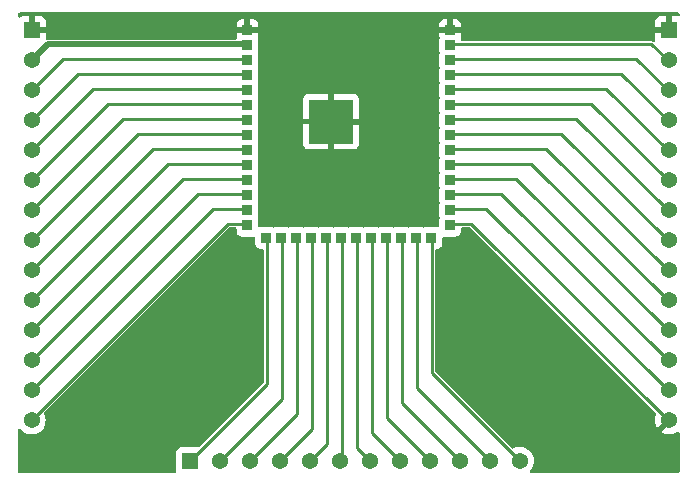
<source format=gtl>
%TF.GenerationSoftware,KiCad,Pcbnew,8.0.0*%
%TF.CreationDate,2024-03-04T00:39:04-06:00*%
%TF.ProjectId,MicrocontrollerTestBoard,4d696372-6f63-46f6-9e74-726f6c6c6572,rev?*%
%TF.SameCoordinates,Original*%
%TF.FileFunction,Copper,L1,Top*%
%TF.FilePolarity,Positive*%
%FSLAX46Y46*%
G04 Gerber Fmt 4.6, Leading zero omitted, Abs format (unit mm)*
G04 Created by KiCad (PCBNEW 8.0.0) date 2024-03-04 00:39:04*
%MOMM*%
%LPD*%
G01*
G04 APERTURE LIST*
%TA.AperFunction,SMDPad,CuDef*%
%ADD10R,0.838200X0.889000*%
%TD*%
%TA.AperFunction,SMDPad,CuDef*%
%ADD11R,0.889000X0.838200*%
%TD*%
%TA.AperFunction,SMDPad,CuDef*%
%ADD12R,3.708400X3.708400*%
%TD*%
%TA.AperFunction,ComponentPad*%
%ADD13R,1.370000X1.370000*%
%TD*%
%TA.AperFunction,ComponentPad*%
%ADD14C,1.370000*%
%TD*%
%TA.AperFunction,ViaPad*%
%ADD15C,0.610000*%
%TD*%
%TA.AperFunction,Conductor*%
%ADD16C,0.508000*%
%TD*%
%TA.AperFunction,Conductor*%
%ADD17C,0.254000*%
%TD*%
G04 APERTURE END LIST*
D10*
%TO.P,U2,1,GND*%
%TO.N,Net-(U2-EPAD)*%
X142858200Y-74803000D03*
%TO.P,U2,2,3V3*%
%TO.N,Net-(U2-3V3)*%
X142858200Y-76073000D03*
%TO.P,U2,3,EN*%
%TO.N,Net-(U2-EN)*%
X142858200Y-77343000D03*
%TO.P,U2,4,IO4*%
%TO.N,Net-(U2-IO4)*%
X142858200Y-78613000D03*
%TO.P,U2,5,IO5*%
%TO.N,Net-(U2-IO5)*%
X142858200Y-79883000D03*
%TO.P,U2,6,IO6*%
%TO.N,Net-(U2-IO6)*%
X142858200Y-81153000D03*
%TO.P,U2,7,IO7*%
%TO.N,Net-(U2-IO7)*%
X142858200Y-82423000D03*
%TO.P,U2,8,IO15*%
%TO.N,Net-(U2-IO15)*%
X142858200Y-83693000D03*
%TO.P,U2,9,IO16*%
%TO.N,Net-(U2-IO16)*%
X142858200Y-84963000D03*
%TO.P,U2,10,IO17*%
%TO.N,Net-(U2-IO17)*%
X142858200Y-86233000D03*
%TO.P,U2,11,IO18*%
%TO.N,Net-(U2-IO18)*%
X142858200Y-87503000D03*
%TO.P,U2,12,IO8*%
%TO.N,Net-(U2-IO8)*%
X142858200Y-88773000D03*
%TO.P,U2,13,IO19*%
%TO.N,Net-(U2-IO19)*%
X142858200Y-90043000D03*
%TO.P,U2,14,IO20*%
%TO.N,Net-(U2-IO20)*%
X142858200Y-91313000D03*
D11*
%TO.P,U2,15,IO3*%
%TO.N,Net-(U2-IO3)*%
X144454100Y-92387600D03*
%TO.P,U2,16,IO46*%
%TO.N,Net-(U2-IO46)*%
X145724100Y-92387600D03*
%TO.P,U2,17,IO9*%
%TO.N,Net-(U2-IO9)*%
X146994100Y-92387600D03*
%TO.P,U2,18,IO10*%
%TO.N,Net-(U2-IO10)*%
X148264100Y-92387600D03*
%TO.P,U2,19,IO11*%
%TO.N,Net-(U2-IO11)*%
X149534100Y-92387600D03*
%TO.P,U2,20,IO12*%
%TO.N,Net-(U2-IO12)*%
X150804100Y-92387600D03*
%TO.P,U2,21,IO13*%
%TO.N,Net-(U2-IO13)*%
X152074100Y-92387600D03*
%TO.P,U2,22,IO14*%
%TO.N,Net-(U2-IO14)*%
X153344100Y-92387600D03*
%TO.P,U2,23,IO21*%
%TO.N,Net-(U2-IO21)*%
X154614100Y-92387600D03*
%TO.P,U2,24,IO47*%
%TO.N,Net-(U2-IO47)*%
X155884100Y-92387600D03*
%TO.P,U2,25,IO48*%
%TO.N,Net-(U2-IO48)*%
X157154100Y-92387600D03*
%TO.P,U2,26,IO45*%
%TO.N,Net-(U2-IO45)*%
X158424100Y-92387600D03*
D10*
%TO.P,U2,27,IO0*%
%TO.N,Net-(U2-IO0)*%
X160020000Y-91313000D03*
%TO.P,U2,28,IO35_B*%
%TO.N,Net-(U2-IO35_B)*%
X160020000Y-90043000D03*
%TO.P,U2,29,IO36_B*%
%TO.N,Net-(U2-IO36_B)*%
X160020000Y-88773000D03*
%TO.P,U2,30,IO37_B*%
%TO.N,Net-(U2-IO37_B)*%
X160020000Y-87503000D03*
%TO.P,U2,31,IO38*%
%TO.N,Net-(U2-IO38)*%
X160020000Y-86233000D03*
%TO.P,U2,32,IO39*%
%TO.N,Net-(U2-IO39)*%
X160020000Y-84963000D03*
%TO.P,U2,33,IO40*%
%TO.N,Net-(U2-IO40)*%
X160020000Y-83693000D03*
%TO.P,U2,34,IO41*%
%TO.N,Net-(U2-IO41)*%
X160020000Y-82423000D03*
%TO.P,U2,35,IO42*%
%TO.N,Net-(U2-IO42)*%
X160020000Y-81153000D03*
%TO.P,U2,36,RXD0*%
%TO.N,Net-(U2-RXD0)*%
X160020000Y-79883000D03*
%TO.P,U2,37,TXD0*%
%TO.N,Net-(U2-TXD0)*%
X160020000Y-78613000D03*
%TO.P,U2,38,IO2*%
%TO.N,Net-(U2-IO2)*%
X160020000Y-77343000D03*
%TO.P,U2,39,IO1*%
%TO.N,Net-(U2-IO1)*%
X160020000Y-76073000D03*
%TO.P,U2,40,GND*%
%TO.N,Net-(U2-EPAD)*%
X160020000Y-74803000D03*
D12*
%TO.P,U2,41,EPAD*%
X149943401Y-82517500D03*
%TD*%
D13*
%TO.P,J3,1,1*%
%TO.N,Net-(U2-EPAD)*%
X178562000Y-74803000D03*
D14*
%TO.P,J3,2,2*%
%TO.N,Net-(U2-IO2)*%
X178562000Y-77343000D03*
%TO.P,J3,3,3*%
%TO.N,Net-(U2-TXD0)*%
X178562000Y-79883000D03*
%TO.P,J3,4,4*%
%TO.N,Net-(U2-RXD0)*%
X178562000Y-82423000D03*
%TO.P,J3,5,5*%
%TO.N,Net-(U2-IO42)*%
X178562000Y-84963000D03*
%TO.P,J3,6,6*%
%TO.N,Net-(U2-IO41)*%
X178562000Y-87503000D03*
%TO.P,J3,7,7*%
%TO.N,Net-(U2-IO40)*%
X178562000Y-90043000D03*
%TO.P,J3,8,8*%
%TO.N,Net-(U2-IO39)*%
X178562000Y-92583000D03*
%TO.P,J3,9,9*%
%TO.N,Net-(U2-IO38)*%
X178562000Y-95123000D03*
%TO.P,J3,10,10*%
%TO.N,Net-(U2-IO37_B)*%
X178562000Y-97663000D03*
%TO.P,J3,11,11*%
%TO.N,Net-(U2-IO36_B)*%
X178562000Y-100203000D03*
%TO.P,J3,12,12*%
%TO.N,Net-(U2-IO35_B)*%
X178562000Y-102743000D03*
%TO.P,J3,13,13*%
%TO.N,Net-(U2-IO0)*%
X178562000Y-105283000D03*
%TO.P,J3,14,14*%
%TO.N,Net-(U2-EPAD)*%
X178562000Y-107823000D03*
%TD*%
%TO.P,J2,12,12*%
%TO.N,Net-(U2-IO45)*%
X165929000Y-111247000D03*
%TO.P,J2,11,11*%
%TO.N,Net-(U2-IO48)*%
X163389000Y-111247000D03*
%TO.P,J2,10,10*%
%TO.N,Net-(U2-IO47)*%
X160849000Y-111247000D03*
%TO.P,J2,9,9*%
%TO.N,Net-(U2-IO21)*%
X158309000Y-111247000D03*
%TO.P,J2,8,8*%
%TO.N,Net-(U2-IO14)*%
X155769000Y-111247000D03*
%TO.P,J2,7,7*%
%TO.N,Net-(U2-IO13)*%
X153229000Y-111247000D03*
%TO.P,J2,6,6*%
%TO.N,Net-(U2-IO12)*%
X150689000Y-111247000D03*
%TO.P,J2,5,5*%
%TO.N,Net-(U2-IO11)*%
X148149000Y-111247000D03*
%TO.P,J2,4,4*%
%TO.N,Net-(U2-IO10)*%
X145609000Y-111247000D03*
%TO.P,J2,3,3*%
%TO.N,Net-(U2-IO9)*%
X143069000Y-111247000D03*
%TO.P,J2,2,2*%
%TO.N,Net-(U2-IO46)*%
X140529000Y-111247000D03*
D13*
%TO.P,J2,1,1*%
%TO.N,Net-(U2-IO3)*%
X137989000Y-111247000D03*
%TD*%
D14*
%TO.P,J1,14,14*%
%TO.N,Net-(U2-IO20)*%
X124587000Y-107823000D03*
%TO.P,J1,13,13*%
%TO.N,Net-(U2-IO19)*%
X124587000Y-105283000D03*
%TO.P,J1,12,12*%
%TO.N,Net-(U2-IO8)*%
X124587000Y-102743000D03*
%TO.P,J1,11,11*%
%TO.N,Net-(U2-IO18)*%
X124587000Y-100203000D03*
%TO.P,J1,10,10*%
%TO.N,Net-(U2-IO17)*%
X124587000Y-97663000D03*
%TO.P,J1,9,9*%
%TO.N,Net-(U2-IO16)*%
X124587000Y-95123000D03*
%TO.P,J1,8,8*%
%TO.N,Net-(U2-IO15)*%
X124587000Y-92583000D03*
%TO.P,J1,7,7*%
%TO.N,Net-(U2-IO7)*%
X124587000Y-90043000D03*
%TO.P,J1,6,6*%
%TO.N,Net-(U2-IO6)*%
X124587000Y-87503000D03*
%TO.P,J1,5,5*%
%TO.N,Net-(U2-IO5)*%
X124587000Y-84963000D03*
%TO.P,J1,4,4*%
%TO.N,Net-(U2-IO4)*%
X124587000Y-82423000D03*
%TO.P,J1,3,3*%
%TO.N,Net-(U2-EN)*%
X124587000Y-79883000D03*
%TO.P,J1,2,2*%
%TO.N,Net-(U2-3V3)*%
X124587000Y-77343000D03*
D13*
%TO.P,J1,1,1*%
%TO.N,Net-(U2-EPAD)*%
X124587000Y-74803000D03*
%TD*%
D15*
%TO.N,Net-(U2-EPAD)*%
X137541000Y-100838000D03*
X164338000Y-100838000D03*
X169799000Y-74803000D03*
X134493000Y-74803000D03*
%TD*%
D16*
%TO.N,Net-(U2-EPAD)*%
X155702000Y-77724000D02*
X158623000Y-74803000D01*
X158623000Y-74803000D02*
X160020000Y-74803000D01*
D17*
X155702000Y-77724000D02*
X155702000Y-77597000D01*
D16*
X155702000Y-79248000D02*
X155702000Y-77724000D01*
X152432500Y-82517500D02*
X155702000Y-79248000D01*
X149943401Y-82517500D02*
X152432500Y-82517500D01*
X169799000Y-74803000D02*
X160369000Y-74803000D01*
X134493000Y-74803000D02*
X142655000Y-74803000D01*
D17*
X160262000Y-74696000D02*
X159962000Y-74696000D01*
%TO.N,Net-(U2-IO0)*%
X161818000Y-91206000D02*
X178435000Y-107823000D01*
X160262000Y-91206000D02*
X161818000Y-91206000D01*
%TO.N,Net-(U2-IO35_B)*%
X163088000Y-89936000D02*
X160262000Y-89936000D01*
X178435000Y-105283000D02*
X163088000Y-89936000D01*
%TO.N,Net-(U2-IO36_B)*%
X164358000Y-88666000D02*
X160262000Y-88666000D01*
X178435000Y-102743000D02*
X164358000Y-88666000D01*
%TO.N,Net-(U2-IO37_B)*%
X178435000Y-100203000D02*
X165628000Y-87396000D01*
X165628000Y-87396000D02*
X160262000Y-87396000D01*
%TO.N,Net-(U2-IO38)*%
X166898000Y-86126000D02*
X160262000Y-86126000D01*
X178435000Y-97663000D02*
X166898000Y-86126000D01*
%TO.N,Net-(U2-IO39)*%
X168168000Y-84856000D02*
X160262000Y-84856000D01*
X178435000Y-95123000D02*
X168168000Y-84856000D01*
%TO.N,Net-(U2-IO40)*%
X169438000Y-83586000D02*
X160262000Y-83586000D01*
X178435000Y-92583000D02*
X169438000Y-83586000D01*
%TO.N,Net-(U2-IO41)*%
X170708000Y-82316000D02*
X160262000Y-82316000D01*
X178435000Y-90043000D02*
X170708000Y-82316000D01*
%TO.N,Net-(U2-IO42)*%
X178435000Y-87503000D02*
X171978000Y-81046000D01*
X171978000Y-81046000D02*
X160262000Y-81046000D01*
%TO.N,Net-(U2-RXD0)*%
X173248000Y-79776000D02*
X160262000Y-79776000D01*
X178435000Y-84963000D02*
X173248000Y-79776000D01*
%TO.N,Net-(U2-TXD0)*%
X174518000Y-78506000D02*
X160262000Y-78506000D01*
X178435000Y-82423000D02*
X174518000Y-78506000D01*
%TO.N,Net-(U2-IO2)*%
X175788000Y-77236000D02*
X160262000Y-77236000D01*
X178435000Y-79883000D02*
X175788000Y-77236000D01*
%TO.N,Net-(U2-IO1)*%
X177058000Y-75966000D02*
X178435000Y-77343000D01*
X160262000Y-75966000D02*
X177058000Y-75966000D01*
%TO.N,Net-(U2-EPAD)*%
X160369000Y-74803000D02*
X160262000Y-74696000D01*
D16*
X178435000Y-74803000D02*
X169799000Y-74803000D01*
D17*
%TO.N,Net-(U2-IO12)*%
X150877000Y-111059000D02*
X150689000Y-111247000D01*
X150877000Y-92456000D02*
X150877000Y-111059000D01*
%TO.N,Net-(U2-IO11)*%
X148149000Y-111247000D02*
X149607000Y-109789000D01*
X149607000Y-109789000D02*
X149607000Y-92456000D01*
%TO.N,Net-(U2-IO13)*%
X152147000Y-110165000D02*
X153229000Y-111247000D01*
X152147000Y-92456000D02*
X152147000Y-110165000D01*
%TO.N,Net-(U2-IO14)*%
X153417000Y-108895000D02*
X153417000Y-92456000D01*
X155769000Y-111247000D02*
X153417000Y-108895000D01*
%TO.N,Net-(U2-IO21)*%
X158309000Y-111247000D02*
X154687000Y-107625000D01*
X154687000Y-107625000D02*
X154687000Y-92456000D01*
%TO.N,Net-(U2-IO47)*%
X155957000Y-106355000D02*
X155957000Y-92456000D01*
X160849000Y-111247000D02*
X155957000Y-106355000D01*
%TO.N,Net-(U2-IO48)*%
X157227000Y-105085000D02*
X157227000Y-92456000D01*
X163389000Y-111247000D02*
X157227000Y-105085000D01*
%TO.N,Net-(U2-IO45)*%
X158497000Y-103815000D02*
X165929000Y-111247000D01*
X158497000Y-92456000D02*
X158497000Y-103815000D01*
%TO.N,Net-(U2-IO10)*%
X148337000Y-108519000D02*
X148337000Y-92456000D01*
X145609000Y-111247000D02*
X148337000Y-108519000D01*
%TO.N,Net-(U2-IO9)*%
X143069000Y-111247000D02*
X147067000Y-107249000D01*
X147067000Y-107249000D02*
X147067000Y-92456000D01*
%TO.N,Net-(U2-IO46)*%
X145797000Y-105979000D02*
X145797000Y-92456000D01*
X140529000Y-111247000D02*
X145797000Y-105979000D01*
%TO.N,Net-(U2-IO3)*%
X144527000Y-104709000D02*
X137989000Y-111247000D01*
X144527000Y-92456000D02*
X144527000Y-104709000D01*
%TO.N,Net-(U2-IO20)*%
X141204000Y-91206000D02*
X142762000Y-91206000D01*
X124587000Y-107823000D02*
X141204000Y-91206000D01*
%TO.N,Net-(U2-IO19)*%
X139934000Y-89936000D02*
X142762000Y-89936000D01*
X124587000Y-105283000D02*
X139934000Y-89936000D01*
%TO.N,Net-(U2-IO8)*%
X138664000Y-88666000D02*
X142762000Y-88666000D01*
X124587000Y-102743000D02*
X138664000Y-88666000D01*
%TO.N,Net-(U2-IO18)*%
X137394000Y-87396000D02*
X142762000Y-87396000D01*
X124587000Y-100203000D02*
X137394000Y-87396000D01*
%TO.N,Net-(U2-IO17)*%
X124587000Y-97663000D02*
X136124000Y-86126000D01*
X136124000Y-86126000D02*
X142762000Y-86126000D01*
%TO.N,Net-(U2-IO16)*%
X134854000Y-84856000D02*
X142762000Y-84856000D01*
X124587000Y-95123000D02*
X134854000Y-84856000D01*
%TO.N,Net-(U2-IO15)*%
X133584000Y-83586000D02*
X142762000Y-83586000D01*
X124587000Y-92583000D02*
X133584000Y-83586000D01*
%TO.N,Net-(U2-IO7)*%
X132314000Y-82316000D02*
X142762000Y-82316000D01*
X124587000Y-90043000D02*
X132314000Y-82316000D01*
%TO.N,Net-(U2-IO6)*%
X131044000Y-81046000D02*
X142762000Y-81046000D01*
X124587000Y-87503000D02*
X131044000Y-81046000D01*
%TO.N,Net-(U2-IO5)*%
X129774000Y-79776000D02*
X142762000Y-79776000D01*
X124587000Y-84963000D02*
X129774000Y-79776000D01*
%TO.N,Net-(U2-IO4)*%
X128504000Y-78506000D02*
X142762000Y-78506000D01*
X124587000Y-82423000D02*
X128504000Y-78506000D01*
%TO.N,Net-(U2-EN)*%
X124587000Y-79883000D02*
X127234000Y-77236000D01*
X127234000Y-77236000D02*
X142762000Y-77236000D01*
D16*
%TO.N,Net-(U2-3V3)*%
X125964000Y-75966000D02*
X142762000Y-75966000D01*
X124587000Y-77343000D02*
X125964000Y-75966000D01*
%TO.N,Net-(U2-EPAD)*%
X124587000Y-74803000D02*
X134493000Y-74803000D01*
D17*
X142655000Y-74803000D02*
X142762000Y-74696000D01*
%TD*%
%TA.AperFunction,Conductor*%
%TO.N,Net-(U2-EPAD)*%
G36*
X141881640Y-91480185D02*
G01*
X141927395Y-91532989D01*
X141938601Y-91584500D01*
X141938601Y-91805376D01*
X141945008Y-91864983D01*
X141995302Y-91999828D01*
X141995306Y-91999835D01*
X142081552Y-92115044D01*
X142081555Y-92115047D01*
X142196764Y-92201293D01*
X142196771Y-92201297D01*
X142331617Y-92251591D01*
X142331616Y-92251591D01*
X142338544Y-92252335D01*
X142391227Y-92258000D01*
X143325172Y-92257999D01*
X143371847Y-92252981D01*
X143440604Y-92265387D01*
X143491742Y-92312997D01*
X143509100Y-92376271D01*
X143509100Y-92854570D01*
X143509101Y-92854576D01*
X143515508Y-92914183D01*
X143565802Y-93049028D01*
X143565806Y-93049035D01*
X143652052Y-93164244D01*
X143652055Y-93164247D01*
X143767264Y-93250493D01*
X143767271Y-93250497D01*
X143812218Y-93267261D01*
X143902117Y-93300791D01*
X143961727Y-93307200D01*
X144148500Y-93307199D01*
X144215539Y-93326883D01*
X144261294Y-93379687D01*
X144272500Y-93431199D01*
X144272500Y-104552219D01*
X144252815Y-104619258D01*
X144236181Y-104639900D01*
X138847531Y-110028549D01*
X138786208Y-110062034D01*
X138746598Y-110064158D01*
X138737349Y-110063163D01*
X138721873Y-110061500D01*
X138721868Y-110061500D01*
X137256129Y-110061500D01*
X137256123Y-110061501D01*
X137196516Y-110067908D01*
X137061671Y-110118202D01*
X137061664Y-110118206D01*
X136946455Y-110204452D01*
X136946452Y-110204455D01*
X136860206Y-110319664D01*
X136860202Y-110319671D01*
X136809908Y-110454517D01*
X136803501Y-110514116D01*
X136803501Y-110514123D01*
X136803500Y-110514135D01*
X136803500Y-111979870D01*
X136803501Y-111979876D01*
X136809908Y-112039483D01*
X136832729Y-112100667D01*
X136837713Y-112170359D01*
X136804228Y-112231682D01*
X136742905Y-112265166D01*
X136716547Y-112268000D01*
X123568000Y-112268000D01*
X123500961Y-112248315D01*
X123455206Y-112195511D01*
X123444000Y-112144000D01*
X123444000Y-108646584D01*
X123463685Y-108579545D01*
X123516489Y-108533790D01*
X123585647Y-108523846D01*
X123649203Y-108552871D01*
X123666951Y-108571854D01*
X123684449Y-108595025D01*
X123707153Y-108625090D01*
X123831251Y-108738220D01*
X123869516Y-108773103D01*
X124056313Y-108888763D01*
X124261183Y-108968129D01*
X124477147Y-109008500D01*
X124477149Y-109008500D01*
X124696851Y-109008500D01*
X124696853Y-109008500D01*
X124912817Y-108968129D01*
X125117687Y-108888763D01*
X125304484Y-108773103D01*
X125466848Y-108625088D01*
X125599251Y-108449759D01*
X125697182Y-108253087D01*
X125757307Y-108041768D01*
X125777579Y-107823000D01*
X125757307Y-107604232D01*
X125697182Y-107392913D01*
X125697181Y-107392911D01*
X125697180Y-107392907D01*
X125697179Y-107392906D01*
X125630518Y-107259031D01*
X125618257Y-107190246D01*
X125645130Y-107125751D01*
X125653827Y-107116089D01*
X141273099Y-91496819D01*
X141334422Y-91463334D01*
X141360780Y-91460500D01*
X141814601Y-91460500D01*
X141881640Y-91480185D01*
G37*
%TD.AperFunction*%
%TA.AperFunction,Conductor*%
G36*
X161728259Y-91480185D02*
G01*
X161748901Y-91496819D01*
X177453318Y-107201236D01*
X177486803Y-107262559D01*
X177481819Y-107332251D01*
X177476638Y-107344187D01*
X177452286Y-107393092D01*
X177452283Y-107393099D01*
X177392186Y-107604321D01*
X177392185Y-107604324D01*
X177371923Y-107822999D01*
X177371923Y-107823000D01*
X177392185Y-108041675D01*
X177392186Y-108041677D01*
X177452284Y-108252900D01*
X177452290Y-108252915D01*
X177550172Y-108449489D01*
X177550177Y-108449497D01*
X177563846Y-108467597D01*
X178054082Y-107977362D01*
X178072652Y-107967221D01*
X178086755Y-108019853D01*
X178153898Y-108136147D01*
X178248853Y-108231102D01*
X178365147Y-108298245D01*
X178424424Y-108314127D01*
X177919567Y-108818984D01*
X177919568Y-108818985D01*
X178031533Y-108888311D01*
X178031539Y-108888314D01*
X178236321Y-108967646D01*
X178452197Y-109008000D01*
X178671803Y-109008000D01*
X178887677Y-108967646D01*
X178887678Y-108967646D01*
X179092460Y-108888314D01*
X179092466Y-108888311D01*
X179261723Y-108783512D01*
X179329083Y-108764957D01*
X179395783Y-108785765D01*
X179440644Y-108839330D01*
X179451000Y-108888939D01*
X179451000Y-112144000D01*
X179431315Y-112211039D01*
X179378511Y-112256794D01*
X179327000Y-112268000D01*
X166888794Y-112268000D01*
X166821755Y-112248315D01*
X166776000Y-112195511D01*
X166766056Y-112126353D01*
X166795081Y-112062797D01*
X166805251Y-112052366D01*
X166808848Y-112049088D01*
X166941251Y-111873759D01*
X167039182Y-111677087D01*
X167099307Y-111465768D01*
X167119579Y-111247000D01*
X167099307Y-111028232D01*
X167039182Y-110816913D01*
X166941251Y-110620241D01*
X166842444Y-110489400D01*
X166808846Y-110444909D01*
X166646485Y-110296898D01*
X166646484Y-110296897D01*
X166459687Y-110181237D01*
X166459685Y-110181236D01*
X166357252Y-110141554D01*
X166254817Y-110101871D01*
X166038853Y-110061500D01*
X165819147Y-110061500D01*
X165603183Y-110101871D01*
X165603180Y-110101871D01*
X165603180Y-110101872D01*
X165398314Y-110181236D01*
X165398312Y-110181237D01*
X165373639Y-110196514D01*
X165306278Y-110215067D01*
X165239579Y-110194258D01*
X165220683Y-110178766D01*
X158787819Y-103745901D01*
X158754334Y-103684578D01*
X158751500Y-103658220D01*
X158751500Y-93431199D01*
X158771185Y-93364160D01*
X158823989Y-93318405D01*
X158875500Y-93307199D01*
X158916471Y-93307199D01*
X158916472Y-93307199D01*
X158976083Y-93300791D01*
X159110931Y-93250496D01*
X159226146Y-93164246D01*
X159312396Y-93049031D01*
X159362691Y-92914183D01*
X159369100Y-92854573D01*
X159369099Y-92376270D01*
X159388783Y-92309232D01*
X159441587Y-92263477D01*
X159506355Y-92252982D01*
X159553027Y-92258000D01*
X160486972Y-92257999D01*
X160546583Y-92251591D01*
X160681431Y-92201296D01*
X160796646Y-92115046D01*
X160882896Y-91999831D01*
X160933191Y-91864983D01*
X160939600Y-91805373D01*
X160939600Y-91584500D01*
X160959285Y-91517461D01*
X161012089Y-91471706D01*
X161063600Y-91460500D01*
X161661220Y-91460500D01*
X161728259Y-91480185D01*
G37*
%TD.AperFunction*%
%TA.AperFunction,Conductor*%
G36*
X179394039Y-73302685D02*
G01*
X179439794Y-73355489D01*
X179451000Y-73407000D01*
X179451000Y-73496744D01*
X179431315Y-73563783D01*
X179378511Y-73609538D01*
X179313744Y-73620033D01*
X179294844Y-73618000D01*
X178812000Y-73618000D01*
X178812000Y-74358439D01*
X178758853Y-74327755D01*
X178629143Y-74293000D01*
X178494857Y-74293000D01*
X178365147Y-74327755D01*
X178312000Y-74358439D01*
X178312000Y-73618000D01*
X177829155Y-73618000D01*
X177769627Y-73624401D01*
X177769620Y-73624403D01*
X177634913Y-73674645D01*
X177634906Y-73674649D01*
X177519812Y-73760809D01*
X177519809Y-73760812D01*
X177433649Y-73875906D01*
X177433645Y-73875913D01*
X177383403Y-74010620D01*
X177383401Y-74010627D01*
X177377000Y-74070155D01*
X177377000Y-74553000D01*
X178117440Y-74553000D01*
X178086755Y-74606147D01*
X178052000Y-74735857D01*
X178052000Y-74870143D01*
X178086755Y-74999853D01*
X178117440Y-75053000D01*
X177377000Y-75053000D01*
X177377000Y-75535844D01*
X177383401Y-75595372D01*
X177383403Y-75595382D01*
X177386319Y-75603199D01*
X177391301Y-75672891D01*
X177357815Y-75734213D01*
X177296490Y-75767696D01*
X177226799Y-75762709D01*
X177203631Y-75750852D01*
X177108626Y-75711501D01*
X177108624Y-75711500D01*
X177108623Y-75711500D01*
X177108621Y-75711500D01*
X161063599Y-75711500D01*
X160996560Y-75691815D01*
X160950805Y-75639011D01*
X160939599Y-75587500D01*
X160939599Y-75580629D01*
X160939598Y-75580623D01*
X160939597Y-75580616D01*
X160933191Y-75521017D01*
X160918122Y-75480617D01*
X160913139Y-75410927D01*
X160918124Y-75393949D01*
X160932698Y-75354876D01*
X160939099Y-75295344D01*
X160939100Y-75295327D01*
X160939100Y-75053000D01*
X159100900Y-75053000D01*
X159100900Y-75295344D01*
X159107301Y-75354872D01*
X159107303Y-75354880D01*
X159121876Y-75393952D01*
X159126860Y-75463644D01*
X159121877Y-75480616D01*
X159106808Y-75521018D01*
X159100401Y-75580616D01*
X159100401Y-75580623D01*
X159100400Y-75580635D01*
X159100400Y-76565370D01*
X159100401Y-76565376D01*
X159106808Y-76624982D01*
X159121610Y-76664669D01*
X159126593Y-76734361D01*
X159121610Y-76751331D01*
X159106808Y-76791017D01*
X159102601Y-76830153D01*
X159100401Y-76850623D01*
X159100400Y-76850635D01*
X159100400Y-77835370D01*
X159100401Y-77835376D01*
X159106808Y-77894982D01*
X159121610Y-77934669D01*
X159126593Y-78004361D01*
X159121610Y-78021331D01*
X159106808Y-78061017D01*
X159100401Y-78120616D01*
X159100401Y-78120623D01*
X159100400Y-78120635D01*
X159100400Y-79105370D01*
X159100401Y-79105376D01*
X159106808Y-79164982D01*
X159121610Y-79204669D01*
X159126593Y-79274361D01*
X159121610Y-79291331D01*
X159106808Y-79331017D01*
X159100401Y-79390616D01*
X159100401Y-79390623D01*
X159100400Y-79390635D01*
X159100400Y-80375370D01*
X159100401Y-80375376D01*
X159106808Y-80434982D01*
X159121610Y-80474669D01*
X159126593Y-80544361D01*
X159121610Y-80561331D01*
X159106808Y-80601017D01*
X159100401Y-80660616D01*
X159100401Y-80660623D01*
X159100400Y-80660635D01*
X159100400Y-81645370D01*
X159100401Y-81645376D01*
X159106808Y-81704982D01*
X159121610Y-81744669D01*
X159126593Y-81814361D01*
X159121610Y-81831331D01*
X159106808Y-81871017D01*
X159100401Y-81930616D01*
X159100401Y-81930623D01*
X159100400Y-81930635D01*
X159100400Y-82915370D01*
X159100401Y-82915376D01*
X159106808Y-82974982D01*
X159121610Y-83014669D01*
X159126593Y-83084361D01*
X159121610Y-83101331D01*
X159106808Y-83141017D01*
X159100401Y-83200616D01*
X159100401Y-83200623D01*
X159100400Y-83200635D01*
X159100400Y-84185370D01*
X159100401Y-84185376D01*
X159106808Y-84244982D01*
X159121610Y-84284669D01*
X159126593Y-84354361D01*
X159121610Y-84371331D01*
X159106808Y-84411017D01*
X159100401Y-84470616D01*
X159100401Y-84470623D01*
X159100400Y-84470635D01*
X159100400Y-85455370D01*
X159100401Y-85455376D01*
X159106808Y-85514982D01*
X159121610Y-85554669D01*
X159126593Y-85624361D01*
X159121610Y-85641331D01*
X159106808Y-85681017D01*
X159100401Y-85740616D01*
X159100401Y-85740623D01*
X159100400Y-85740635D01*
X159100400Y-86725370D01*
X159100401Y-86725376D01*
X159106808Y-86784982D01*
X159121610Y-86824669D01*
X159126593Y-86894361D01*
X159121610Y-86911331D01*
X159106808Y-86951017D01*
X159100401Y-87010616D01*
X159100401Y-87010623D01*
X159100400Y-87010635D01*
X159100400Y-87995370D01*
X159100401Y-87995376D01*
X159106808Y-88054982D01*
X159121610Y-88094669D01*
X159126593Y-88164361D01*
X159121610Y-88181331D01*
X159106808Y-88221017D01*
X159100401Y-88280616D01*
X159100401Y-88280623D01*
X159100400Y-88280635D01*
X159100400Y-89265370D01*
X159100401Y-89265376D01*
X159106808Y-89324982D01*
X159121610Y-89364669D01*
X159126593Y-89434361D01*
X159121610Y-89451331D01*
X159106808Y-89491017D01*
X159100401Y-89550616D01*
X159100401Y-89550623D01*
X159100400Y-89550635D01*
X159100400Y-90535370D01*
X159100401Y-90535376D01*
X159106808Y-90594982D01*
X159121610Y-90634669D01*
X159126593Y-90704361D01*
X159121610Y-90721331D01*
X159106808Y-90761017D01*
X159100401Y-90820616D01*
X159100401Y-90820623D01*
X159100400Y-90820635D01*
X159100400Y-91349728D01*
X159080715Y-91416767D01*
X159027911Y-91462522D01*
X158963147Y-91473018D01*
X158950942Y-91471706D01*
X158916473Y-91468000D01*
X158916467Y-91468000D01*
X157931729Y-91468000D01*
X157931723Y-91468001D01*
X157872117Y-91474408D01*
X157832431Y-91489210D01*
X157762739Y-91494193D01*
X157745769Y-91489210D01*
X157706081Y-91474408D01*
X157706083Y-91474408D01*
X157646483Y-91468001D01*
X157646481Y-91468000D01*
X157646473Y-91468000D01*
X157646464Y-91468000D01*
X156661729Y-91468000D01*
X156661723Y-91468001D01*
X156602117Y-91474408D01*
X156562431Y-91489210D01*
X156492739Y-91494193D01*
X156475769Y-91489210D01*
X156436081Y-91474408D01*
X156436083Y-91474408D01*
X156376483Y-91468001D01*
X156376481Y-91468000D01*
X156376473Y-91468000D01*
X156376464Y-91468000D01*
X155391729Y-91468000D01*
X155391723Y-91468001D01*
X155332117Y-91474408D01*
X155292431Y-91489210D01*
X155222739Y-91494193D01*
X155205769Y-91489210D01*
X155166081Y-91474408D01*
X155166083Y-91474408D01*
X155106483Y-91468001D01*
X155106481Y-91468000D01*
X155106473Y-91468000D01*
X155106464Y-91468000D01*
X154121729Y-91468000D01*
X154121723Y-91468001D01*
X154062117Y-91474408D01*
X154022431Y-91489210D01*
X153952739Y-91494193D01*
X153935769Y-91489210D01*
X153896081Y-91474408D01*
X153896083Y-91474408D01*
X153836483Y-91468001D01*
X153836481Y-91468000D01*
X153836473Y-91468000D01*
X153836464Y-91468000D01*
X152851729Y-91468000D01*
X152851723Y-91468001D01*
X152792117Y-91474408D01*
X152752431Y-91489210D01*
X152682739Y-91494193D01*
X152665769Y-91489210D01*
X152626081Y-91474408D01*
X152626083Y-91474408D01*
X152566483Y-91468001D01*
X152566481Y-91468000D01*
X152566473Y-91468000D01*
X152566464Y-91468000D01*
X151581729Y-91468000D01*
X151581723Y-91468001D01*
X151522117Y-91474408D01*
X151482431Y-91489210D01*
X151412739Y-91494193D01*
X151395769Y-91489210D01*
X151356081Y-91474408D01*
X151356083Y-91474408D01*
X151296483Y-91468001D01*
X151296481Y-91468000D01*
X151296473Y-91468000D01*
X151296464Y-91468000D01*
X150311729Y-91468000D01*
X150311723Y-91468001D01*
X150252117Y-91474408D01*
X150212431Y-91489210D01*
X150142739Y-91494193D01*
X150125769Y-91489210D01*
X150086081Y-91474408D01*
X150086083Y-91474408D01*
X150026483Y-91468001D01*
X150026481Y-91468000D01*
X150026473Y-91468000D01*
X150026464Y-91468000D01*
X149041729Y-91468000D01*
X149041723Y-91468001D01*
X148982117Y-91474408D01*
X148942431Y-91489210D01*
X148872739Y-91494193D01*
X148855769Y-91489210D01*
X148816081Y-91474408D01*
X148816083Y-91474408D01*
X148756483Y-91468001D01*
X148756481Y-91468000D01*
X148756473Y-91468000D01*
X148756464Y-91468000D01*
X147771729Y-91468000D01*
X147771723Y-91468001D01*
X147712117Y-91474408D01*
X147672431Y-91489210D01*
X147602739Y-91494193D01*
X147585769Y-91489210D01*
X147546081Y-91474408D01*
X147546083Y-91474408D01*
X147486483Y-91468001D01*
X147486481Y-91468000D01*
X147486473Y-91468000D01*
X147486464Y-91468000D01*
X146501729Y-91468000D01*
X146501723Y-91468001D01*
X146442117Y-91474408D01*
X146402431Y-91489210D01*
X146332739Y-91494193D01*
X146315769Y-91489210D01*
X146276081Y-91474408D01*
X146276083Y-91474408D01*
X146216483Y-91468001D01*
X146216481Y-91468000D01*
X146216473Y-91468000D01*
X146216464Y-91468000D01*
X145231729Y-91468000D01*
X145231723Y-91468001D01*
X145172117Y-91474408D01*
X145132431Y-91489210D01*
X145062739Y-91494193D01*
X145045769Y-91489210D01*
X145006081Y-91474408D01*
X145006083Y-91474408D01*
X144946483Y-91468001D01*
X144946481Y-91468000D01*
X144946473Y-91468000D01*
X144946464Y-91468000D01*
X143961729Y-91468000D01*
X143961720Y-91468001D01*
X143915051Y-91473018D01*
X143846292Y-91460611D01*
X143795156Y-91412999D01*
X143777799Y-91349728D01*
X143777799Y-90820629D01*
X143777798Y-90820623D01*
X143777797Y-90820616D01*
X143771391Y-90761017D01*
X143768695Y-90753790D01*
X143756590Y-90721334D01*
X143751605Y-90651642D01*
X143756589Y-90634669D01*
X143771391Y-90594983D01*
X143777800Y-90535373D01*
X143777799Y-89550628D01*
X143771391Y-89491017D01*
X143766920Y-89479031D01*
X143756590Y-89451334D01*
X143751605Y-89381642D01*
X143756589Y-89364669D01*
X143771391Y-89324983D01*
X143777800Y-89265373D01*
X143777799Y-88280628D01*
X143771391Y-88221017D01*
X143768695Y-88213790D01*
X143756590Y-88181334D01*
X143751605Y-88111642D01*
X143756589Y-88094669D01*
X143771391Y-88054983D01*
X143777800Y-87995373D01*
X143777799Y-87010628D01*
X143771391Y-86951017D01*
X143768755Y-86943951D01*
X143756590Y-86911334D01*
X143751605Y-86841642D01*
X143756589Y-86824669D01*
X143771391Y-86784983D01*
X143777800Y-86725373D01*
X143777799Y-85740628D01*
X143771391Y-85681017D01*
X143768695Y-85673790D01*
X143756590Y-85641334D01*
X143751605Y-85571642D01*
X143756589Y-85554669D01*
X143771391Y-85514983D01*
X143777800Y-85455373D01*
X143777799Y-84470628D01*
X143771391Y-84411017D01*
X143768755Y-84403951D01*
X143756590Y-84371334D01*
X143751605Y-84301642D01*
X143756589Y-84284669D01*
X143771391Y-84244983D01*
X143777800Y-84185373D01*
X143777799Y-83200628D01*
X143771391Y-83141017D01*
X143768695Y-83133790D01*
X143756590Y-83101334D01*
X143751605Y-83031642D01*
X143756589Y-83014669D01*
X143771391Y-82974983D01*
X143777800Y-82915373D01*
X143777800Y-82767500D01*
X147589201Y-82767500D01*
X147589201Y-84419544D01*
X147595602Y-84479072D01*
X147595604Y-84479079D01*
X147645846Y-84613786D01*
X147645850Y-84613793D01*
X147732010Y-84728887D01*
X147732013Y-84728890D01*
X147847107Y-84815050D01*
X147847114Y-84815054D01*
X147981821Y-84865296D01*
X147981828Y-84865298D01*
X148041356Y-84871699D01*
X148041373Y-84871700D01*
X149693401Y-84871700D01*
X149693401Y-82767500D01*
X150193401Y-82767500D01*
X150193401Y-84871700D01*
X151845429Y-84871700D01*
X151845445Y-84871699D01*
X151904973Y-84865298D01*
X151904980Y-84865296D01*
X152039687Y-84815054D01*
X152039694Y-84815050D01*
X152154788Y-84728890D01*
X152154791Y-84728887D01*
X152240951Y-84613793D01*
X152240955Y-84613786D01*
X152291197Y-84479079D01*
X152291199Y-84479072D01*
X152297600Y-84419544D01*
X152297601Y-84419527D01*
X152297601Y-82767500D01*
X150193401Y-82767500D01*
X149693401Y-82767500D01*
X147589201Y-82767500D01*
X143777800Y-82767500D01*
X143777799Y-82267500D01*
X147589201Y-82267500D01*
X149693401Y-82267500D01*
X149693401Y-80163300D01*
X150193401Y-80163300D01*
X150193401Y-82267500D01*
X152297601Y-82267500D01*
X152297601Y-80615472D01*
X152297600Y-80615455D01*
X152291199Y-80555927D01*
X152291197Y-80555920D01*
X152240955Y-80421213D01*
X152240951Y-80421206D01*
X152154791Y-80306112D01*
X152154788Y-80306109D01*
X152039694Y-80219949D01*
X152039687Y-80219945D01*
X151904980Y-80169703D01*
X151904973Y-80169701D01*
X151845445Y-80163300D01*
X150193401Y-80163300D01*
X149693401Y-80163300D01*
X148041356Y-80163300D01*
X147981828Y-80169701D01*
X147981821Y-80169703D01*
X147847114Y-80219945D01*
X147847107Y-80219949D01*
X147732013Y-80306109D01*
X147732010Y-80306112D01*
X147645850Y-80421206D01*
X147645846Y-80421213D01*
X147595604Y-80555920D01*
X147595602Y-80555927D01*
X147589201Y-80615455D01*
X147589201Y-82267500D01*
X143777799Y-82267500D01*
X143777799Y-81930628D01*
X143771391Y-81871017D01*
X143766920Y-81859031D01*
X143756590Y-81831334D01*
X143751605Y-81761642D01*
X143756589Y-81744669D01*
X143771391Y-81704983D01*
X143777800Y-81645373D01*
X143777799Y-80660628D01*
X143771391Y-80601017D01*
X143768695Y-80593790D01*
X143756590Y-80561334D01*
X143751605Y-80491642D01*
X143756589Y-80474669D01*
X143771391Y-80434983D01*
X143777800Y-80375373D01*
X143777799Y-79390628D01*
X143771391Y-79331017D01*
X143766920Y-79319031D01*
X143756590Y-79291334D01*
X143751605Y-79221642D01*
X143756589Y-79204669D01*
X143771391Y-79164983D01*
X143777800Y-79105373D01*
X143777799Y-78120628D01*
X143771391Y-78061017D01*
X143768695Y-78053790D01*
X143756590Y-78021334D01*
X143751605Y-77951642D01*
X143756589Y-77934669D01*
X143771391Y-77894983D01*
X143777800Y-77835373D01*
X143777799Y-76850628D01*
X143771391Y-76791017D01*
X143756590Y-76751334D01*
X143751605Y-76681642D01*
X143756589Y-76664669D01*
X143771391Y-76624983D01*
X143777800Y-76565373D01*
X143777799Y-75580628D01*
X143771391Y-75521017D01*
X143756322Y-75480617D01*
X143751339Y-75410927D01*
X143756324Y-75393949D01*
X143770898Y-75354876D01*
X143777299Y-75295344D01*
X143777300Y-75295327D01*
X143777300Y-75053000D01*
X141939100Y-75053000D01*
X141939100Y-75295344D01*
X141945501Y-75354872D01*
X141945503Y-75354880D01*
X141960076Y-75393952D01*
X141965060Y-75463644D01*
X141960077Y-75480615D01*
X141951419Y-75503830D01*
X141909549Y-75559765D01*
X141844086Y-75584184D01*
X141835236Y-75584500D01*
X125913771Y-75584500D01*
X125912183Y-75584709D01*
X125910843Y-75584500D01*
X125905648Y-75584500D01*
X125905648Y-75583689D01*
X125843148Y-75573942D01*
X125790893Y-75527561D01*
X125772000Y-75461770D01*
X125772000Y-75053000D01*
X125031560Y-75053000D01*
X125062245Y-74999853D01*
X125097000Y-74870143D01*
X125097000Y-74735857D01*
X125062245Y-74606147D01*
X125031560Y-74553000D01*
X125772000Y-74553000D01*
X141939100Y-74553000D01*
X142608200Y-74553000D01*
X142608200Y-73858500D01*
X143108200Y-73858500D01*
X143108200Y-74553000D01*
X143777300Y-74553000D01*
X159100900Y-74553000D01*
X159770000Y-74553000D01*
X159770000Y-73858500D01*
X160270000Y-73858500D01*
X160270000Y-74553000D01*
X160939100Y-74553000D01*
X160939100Y-74310672D01*
X160939099Y-74310655D01*
X160932698Y-74251127D01*
X160932696Y-74251120D01*
X160882454Y-74116413D01*
X160882450Y-74116406D01*
X160796290Y-74001312D01*
X160796287Y-74001309D01*
X160681193Y-73915149D01*
X160681186Y-73915145D01*
X160546479Y-73864903D01*
X160546472Y-73864901D01*
X160486944Y-73858500D01*
X160270000Y-73858500D01*
X159770000Y-73858500D01*
X159553055Y-73858500D01*
X159493527Y-73864901D01*
X159493520Y-73864903D01*
X159358813Y-73915145D01*
X159358806Y-73915149D01*
X159243712Y-74001309D01*
X159243709Y-74001312D01*
X159157549Y-74116406D01*
X159157545Y-74116413D01*
X159107303Y-74251120D01*
X159107301Y-74251127D01*
X159100900Y-74310655D01*
X159100900Y-74553000D01*
X143777300Y-74553000D01*
X143777300Y-74310672D01*
X143777299Y-74310655D01*
X143770898Y-74251127D01*
X143770896Y-74251120D01*
X143720654Y-74116413D01*
X143720650Y-74116406D01*
X143634490Y-74001312D01*
X143634487Y-74001309D01*
X143519393Y-73915149D01*
X143519386Y-73915145D01*
X143384679Y-73864903D01*
X143384672Y-73864901D01*
X143325144Y-73858500D01*
X143108200Y-73858500D01*
X142608200Y-73858500D01*
X142391255Y-73858500D01*
X142331727Y-73864901D01*
X142331720Y-73864903D01*
X142197013Y-73915145D01*
X142197006Y-73915149D01*
X142081912Y-74001309D01*
X142081909Y-74001312D01*
X141995749Y-74116406D01*
X141995745Y-74116413D01*
X141945503Y-74251120D01*
X141945501Y-74251127D01*
X141939100Y-74310655D01*
X141939100Y-74553000D01*
X125772000Y-74553000D01*
X125772000Y-74070172D01*
X125771999Y-74070155D01*
X125765598Y-74010627D01*
X125765596Y-74010620D01*
X125715354Y-73875913D01*
X125715350Y-73875906D01*
X125629190Y-73760812D01*
X125629187Y-73760809D01*
X125514093Y-73674649D01*
X125514086Y-73674645D01*
X125379379Y-73624403D01*
X125379372Y-73624401D01*
X125319844Y-73618000D01*
X124837000Y-73618000D01*
X124837000Y-74358439D01*
X124783853Y-74327755D01*
X124654143Y-74293000D01*
X124519857Y-74293000D01*
X124390147Y-74327755D01*
X124337000Y-74358439D01*
X124337000Y-73618000D01*
X123854155Y-73618000D01*
X123794627Y-73624401D01*
X123794620Y-73624403D01*
X123659913Y-73674645D01*
X123659906Y-73674649D01*
X123642310Y-73687822D01*
X123576845Y-73712239D01*
X123508573Y-73697387D01*
X123459168Y-73647981D01*
X123444000Y-73588555D01*
X123444000Y-73407000D01*
X123463685Y-73339961D01*
X123516489Y-73294206D01*
X123568000Y-73283000D01*
X179327000Y-73283000D01*
X179394039Y-73302685D01*
G37*
%TD.AperFunction*%
%TD*%
M02*

</source>
